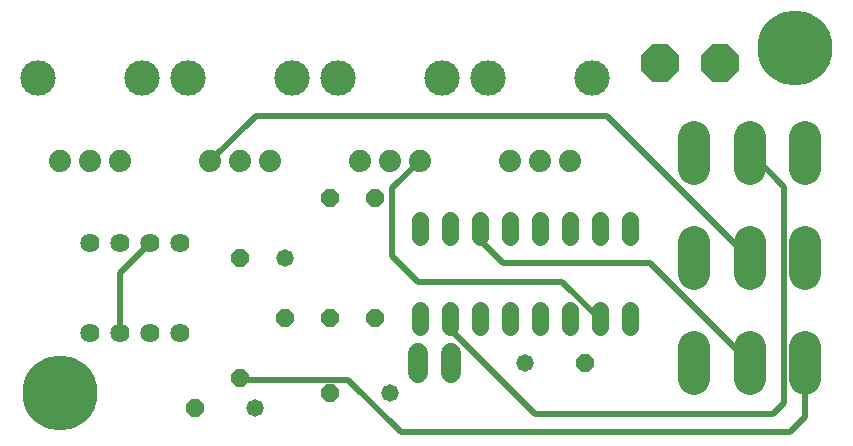
<source format=gbr>
G04 EAGLE Gerber RS-274X export*
G75*
%MOMM*%
%FSLAX34Y34*%
%LPD*%
%INBottom Copper*%
%IPPOS*%
%AMOC8*
5,1,8,0,0,1.08239X$1,22.5*%
G01*
%ADD10C,1.473200*%
%ADD11P,1.594577X8X202.500000*%
%ADD12P,3.409096X8X112.500000*%
%ADD13C,1.625600*%
%ADD14C,1.473200*%
%ADD15C,1.676400*%
%ADD16P,1.594577X8X112.500000*%
%ADD17C,1.879600*%
%ADD18C,3.000000*%
%ADD19C,6.350000*%
%ADD20P,1.594577X8X292.500000*%
%ADD21P,1.594577X8X22.500000*%
%ADD22C,2.705100*%
%ADD23C,0.508000*%
%ADD24C,0.152400*%


D10*
X228600Y38100D03*
D11*
X177800Y38100D03*
D12*
X622300Y330200D03*
X571500Y330200D03*
D13*
X88900Y101600D03*
X114300Y101600D03*
X114300Y177800D03*
X88900Y177800D03*
X139700Y101600D03*
X165100Y101600D03*
X139700Y177800D03*
X165100Y177800D03*
D14*
X368300Y121666D02*
X368300Y106934D01*
X393700Y106934D02*
X393700Y121666D01*
X520700Y121666D02*
X520700Y106934D01*
X546100Y106934D02*
X546100Y121666D01*
X419100Y121666D02*
X419100Y106934D01*
X444500Y106934D02*
X444500Y121666D01*
X495300Y121666D02*
X495300Y106934D01*
X469900Y106934D02*
X469900Y121666D01*
X546100Y183134D02*
X546100Y197866D01*
X520700Y197866D02*
X520700Y183134D01*
X495300Y183134D02*
X495300Y197866D01*
X469900Y197866D02*
X469900Y183134D01*
X444500Y183134D02*
X444500Y197866D01*
X419100Y197866D02*
X419100Y183134D01*
X393700Y183134D02*
X393700Y197866D01*
X368300Y197866D02*
X368300Y183134D01*
D15*
X394970Y84582D02*
X394970Y67818D01*
X367030Y67818D02*
X367030Y84582D01*
D16*
X215900Y63500D03*
X215900Y165100D03*
D17*
X63900Y247500D03*
X88900Y247500D03*
X113900Y247500D03*
D18*
X44900Y317500D03*
X132900Y317500D03*
D19*
X685800Y342900D03*
D17*
X190900Y247500D03*
X215900Y247500D03*
X240900Y247500D03*
D18*
X171900Y317500D03*
X259900Y317500D03*
D20*
X292100Y215900D03*
X292100Y114300D03*
D10*
X254000Y165100D03*
D20*
X254000Y114300D03*
D16*
X330200Y114300D03*
X330200Y215900D03*
D10*
X457200Y76200D03*
D21*
X508000Y76200D03*
D19*
X63500Y50800D03*
D17*
X317900Y247500D03*
X342900Y247500D03*
X367900Y247500D03*
D18*
X298900Y317500D03*
X386900Y317500D03*
D22*
X600710Y267526D02*
X600710Y240475D01*
X647700Y240475D02*
X647700Y267526D01*
X694690Y267526D02*
X694690Y240475D01*
X694690Y178626D02*
X694690Y151575D01*
X647700Y151575D02*
X647700Y178626D01*
X600710Y178626D02*
X600710Y151575D01*
D10*
X342900Y50800D03*
D11*
X292100Y50800D03*
D22*
X694690Y62675D02*
X694690Y89726D01*
X647700Y89726D02*
X647700Y62675D01*
X600710Y62675D02*
X600710Y89726D01*
D17*
X444900Y247500D03*
X469900Y247500D03*
X494900Y247500D03*
D18*
X425900Y317500D03*
X513900Y317500D03*
D23*
X694690Y76200D02*
X694690Y30734D01*
X681736Y17780D01*
X352044Y17780D01*
X307340Y62484D01*
X216408Y62484D01*
D24*
X215900Y63500D01*
D23*
X344932Y167132D02*
X344932Y224532D01*
X344932Y167132D02*
X366776Y145288D01*
X488696Y145288D01*
X519684Y114300D01*
D24*
X520700Y114300D01*
D23*
X367900Y247500D02*
X344932Y224532D01*
X114300Y152400D02*
X114300Y101600D01*
X114300Y152400D02*
X139700Y177800D01*
X190900Y247500D02*
X229404Y286004D01*
X526288Y286004D01*
X647192Y165100D01*
D24*
X647700Y165100D01*
D23*
X465836Y33528D02*
X393700Y105664D01*
X393700Y114300D01*
X465836Y33528D02*
X667512Y33528D01*
X676656Y42672D01*
X676656Y225552D01*
X648208Y254000D01*
X647700Y254000D01*
X438912Y161036D02*
X419100Y180848D01*
X419100Y190500D01*
X438912Y161036D02*
X562864Y161036D01*
X647700Y76200D01*
M02*

</source>
